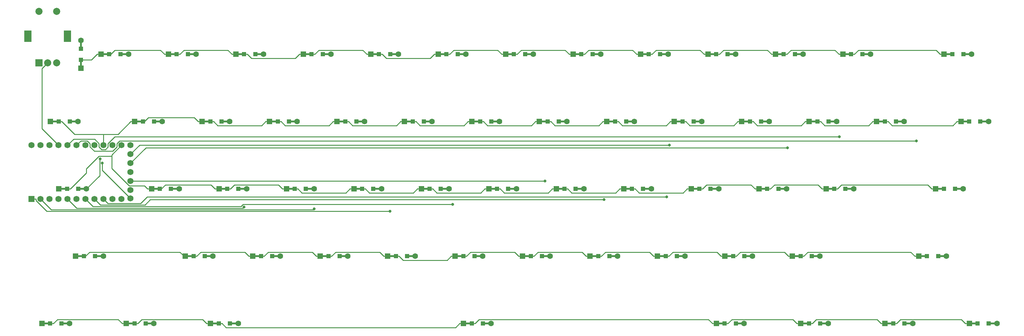
<source format=gbr>
%TF.GenerationSoftware,KiCad,Pcbnew,(5.1.9)-1*%
%TF.CreationDate,2021-02-15T19:25:35-05:00*%
%TF.ProjectId,60percent,36307065-7263-4656-9e74-2e6b69636164,rev?*%
%TF.SameCoordinates,Original*%
%TF.FileFunction,Copper,L1,Top*%
%TF.FilePolarity,Positive*%
%FSLAX46Y46*%
G04 Gerber Fmt 4.6, Leading zero omitted, Abs format (unit mm)*
G04 Created by KiCad (PCBNEW (5.1.9)-1) date 2021-02-15 19:25:35*
%MOMM*%
%LPD*%
G01*
G04 APERTURE LIST*
%TA.AperFunction,SMDPad,CuDef*%
%ADD10R,1.200000X1.200000*%
%TD*%
%TA.AperFunction,ComponentPad*%
%ADD11R,1.600000X1.600000*%
%TD*%
%TA.AperFunction,ComponentPad*%
%ADD12C,1.600000*%
%TD*%
%TA.AperFunction,SMDPad,CuDef*%
%ADD13R,0.500000X2.500000*%
%TD*%
%TA.AperFunction,SMDPad,CuDef*%
%ADD14R,2.500000X0.500000*%
%TD*%
%TA.AperFunction,ComponentPad*%
%ADD15C,2.000000*%
%TD*%
%TA.AperFunction,ComponentPad*%
%ADD16R,2.000000X3.200000*%
%TD*%
%TA.AperFunction,ComponentPad*%
%ADD17R,2.000000X2.000000*%
%TD*%
%TA.AperFunction,ComponentPad*%
%ADD18R,1.752600X1.752600*%
%TD*%
%TA.AperFunction,ComponentPad*%
%ADD19C,1.752600*%
%TD*%
%TA.AperFunction,ViaPad*%
%ADD20C,0.800000*%
%TD*%
%TA.AperFunction,Conductor*%
%ADD21C,0.250000*%
%TD*%
G04 APERTURE END LIST*
D10*
%TO.P,D1,2*%
%TO.N,Net-(D1-Pad2)*%
X85725000Y-77005750D03*
%TO.P,D1,1*%
%TO.N,/row0*%
X85725000Y-80155750D03*
D11*
X85725000Y-82480750D03*
D12*
%TO.P,D1,2*%
%TO.N,Net-(D1-Pad2)*%
X85725000Y-74680750D03*
D13*
%TO.P,D1,1*%
%TO.N,/row0*%
X85725000Y-81280750D03*
%TO.P,D1,2*%
%TO.N,Net-(D1-Pad2)*%
X85725000Y-75880750D03*
%TD*%
D10*
%TO.P,D2,2*%
%TO.N,Net-(D2-Pad2)*%
X96825000Y-78580750D03*
%TO.P,D2,1*%
%TO.N,/row0*%
X93675000Y-78580750D03*
D11*
X91350000Y-78580750D03*
D12*
%TO.P,D2,2*%
%TO.N,Net-(D2-Pad2)*%
X99150000Y-78580750D03*
D14*
%TO.P,D2,1*%
%TO.N,/row0*%
X92550000Y-78580750D03*
%TO.P,D2,2*%
%TO.N,Net-(D2-Pad2)*%
X97950000Y-78580750D03*
%TD*%
D10*
%TO.P,D3,2*%
%TO.N,Net-(D3-Pad2)*%
X115875000Y-78580750D03*
%TO.P,D3,1*%
%TO.N,/row0*%
X112725000Y-78580750D03*
D11*
X110400000Y-78580750D03*
D12*
%TO.P,D3,2*%
%TO.N,Net-(D3-Pad2)*%
X118200000Y-78580750D03*
D14*
%TO.P,D3,1*%
%TO.N,/row0*%
X111600000Y-78580750D03*
%TO.P,D3,2*%
%TO.N,Net-(D3-Pad2)*%
X117000000Y-78580750D03*
%TD*%
%TO.P,D4,2*%
%TO.N,Net-(D4-Pad2)*%
X136050000Y-78580750D03*
%TO.P,D4,1*%
%TO.N,/row0*%
X130650000Y-78580750D03*
D12*
%TO.P,D4,2*%
%TO.N,Net-(D4-Pad2)*%
X137250000Y-78580750D03*
D11*
%TO.P,D4,1*%
%TO.N,/row0*%
X129450000Y-78580750D03*
D10*
X131775000Y-78580750D03*
%TO.P,D4,2*%
%TO.N,Net-(D4-Pad2)*%
X134925000Y-78580750D03*
%TD*%
%TO.P,D5,2*%
%TO.N,Net-(D5-Pad2)*%
X153974500Y-78580750D03*
%TO.P,D5,1*%
%TO.N,/row0*%
X150824500Y-78580750D03*
D11*
X148499500Y-78580750D03*
D12*
%TO.P,D5,2*%
%TO.N,Net-(D5-Pad2)*%
X156299500Y-78580750D03*
D14*
%TO.P,D5,1*%
%TO.N,/row0*%
X149699500Y-78580750D03*
%TO.P,D5,2*%
%TO.N,Net-(D5-Pad2)*%
X155099500Y-78580750D03*
%TD*%
D10*
%TO.P,D6,2*%
%TO.N,Net-(D6-Pad2)*%
X173024500Y-78580750D03*
%TO.P,D6,1*%
%TO.N,/row0*%
X169874500Y-78580750D03*
D11*
X167549500Y-78580750D03*
D12*
%TO.P,D6,2*%
%TO.N,Net-(D6-Pad2)*%
X175349500Y-78580750D03*
D14*
%TO.P,D6,1*%
%TO.N,/row0*%
X168749500Y-78580750D03*
%TO.P,D6,2*%
%TO.N,Net-(D6-Pad2)*%
X174149500Y-78580750D03*
%TD*%
%TO.P,D7,2*%
%TO.N,Net-(D7-Pad2)*%
X193199500Y-78580750D03*
%TO.P,D7,1*%
%TO.N,/row0*%
X187799500Y-78580750D03*
D12*
%TO.P,D7,2*%
%TO.N,Net-(D7-Pad2)*%
X194399500Y-78580750D03*
D11*
%TO.P,D7,1*%
%TO.N,/row0*%
X186599500Y-78580750D03*
D10*
X188924500Y-78580750D03*
%TO.P,D7,2*%
%TO.N,Net-(D7-Pad2)*%
X192074500Y-78580750D03*
%TD*%
%TO.P,D8,2*%
%TO.N,Net-(D8-Pad2)*%
X211124500Y-78580750D03*
%TO.P,D8,1*%
%TO.N,/row0*%
X207974500Y-78580750D03*
D11*
X205649500Y-78580750D03*
D12*
%TO.P,D8,2*%
%TO.N,Net-(D8-Pad2)*%
X213449500Y-78580750D03*
D14*
%TO.P,D8,1*%
%TO.N,/row0*%
X206849500Y-78580750D03*
%TO.P,D8,2*%
%TO.N,Net-(D8-Pad2)*%
X212249500Y-78580750D03*
%TD*%
D10*
%TO.P,D9,2*%
%TO.N,Net-(D9-Pad2)*%
X230174500Y-78580750D03*
%TO.P,D9,1*%
%TO.N,/row0*%
X227024500Y-78580750D03*
D11*
X224699500Y-78580750D03*
D12*
%TO.P,D9,2*%
%TO.N,Net-(D9-Pad2)*%
X232499500Y-78580750D03*
D14*
%TO.P,D9,1*%
%TO.N,/row0*%
X225899500Y-78580750D03*
%TO.P,D9,2*%
%TO.N,Net-(D9-Pad2)*%
X231299500Y-78580750D03*
%TD*%
%TO.P,D10,2*%
%TO.N,Net-(D10-Pad2)*%
X250349500Y-78580750D03*
%TO.P,D10,1*%
%TO.N,/row0*%
X244949500Y-78580750D03*
D12*
%TO.P,D10,2*%
%TO.N,Net-(D10-Pad2)*%
X251549500Y-78580750D03*
D11*
%TO.P,D10,1*%
%TO.N,/row0*%
X243749500Y-78580750D03*
D10*
X246074500Y-78580750D03*
%TO.P,D10,2*%
%TO.N,Net-(D10-Pad2)*%
X249224500Y-78580750D03*
%TD*%
D14*
%TO.P,D11,2*%
%TO.N,Net-(D11-Pad2)*%
X269399500Y-78580750D03*
%TO.P,D11,1*%
%TO.N,/row0*%
X263999500Y-78580750D03*
D12*
%TO.P,D11,2*%
%TO.N,Net-(D11-Pad2)*%
X270599500Y-78580750D03*
D11*
%TO.P,D11,1*%
%TO.N,/row0*%
X262799500Y-78580750D03*
D10*
X265124500Y-78580750D03*
%TO.P,D11,2*%
%TO.N,Net-(D11-Pad2)*%
X268274500Y-78580750D03*
%TD*%
%TO.P,D12,2*%
%TO.N,Net-(D12-Pad2)*%
X287324500Y-78580750D03*
%TO.P,D12,1*%
%TO.N,/row0*%
X284174500Y-78580750D03*
D11*
X281849500Y-78580750D03*
D12*
%TO.P,D12,2*%
%TO.N,Net-(D12-Pad2)*%
X289649500Y-78580750D03*
D14*
%TO.P,D12,1*%
%TO.N,/row0*%
X283049500Y-78580750D03*
%TO.P,D12,2*%
%TO.N,Net-(D12-Pad2)*%
X288449500Y-78580750D03*
%TD*%
%TO.P,D13,2*%
%TO.N,Net-(D13-Pad2)*%
X307499500Y-78580750D03*
%TO.P,D13,1*%
%TO.N,/row0*%
X302099500Y-78580750D03*
D12*
%TO.P,D13,2*%
%TO.N,Net-(D13-Pad2)*%
X308699500Y-78580750D03*
D11*
%TO.P,D13,1*%
%TO.N,/row0*%
X300899500Y-78580750D03*
D10*
X303224500Y-78580750D03*
%TO.P,D13,2*%
%TO.N,Net-(D13-Pad2)*%
X306374500Y-78580750D03*
%TD*%
D14*
%TO.P,D14,2*%
%TO.N,Net-(D14-Pad2)*%
X336075500Y-78580750D03*
%TO.P,D14,1*%
%TO.N,/row0*%
X330675500Y-78580750D03*
D12*
%TO.P,D14,2*%
%TO.N,Net-(D14-Pad2)*%
X337275500Y-78580750D03*
D11*
%TO.P,D14,1*%
%TO.N,/row0*%
X329475500Y-78580750D03*
D10*
X331800500Y-78580750D03*
%TO.P,D14,2*%
%TO.N,Net-(D14-Pad2)*%
X334950500Y-78580750D03*
%TD*%
D14*
%TO.P,D15,2*%
%TO.N,Net-(D15-Pad2)*%
X83662500Y-97630750D03*
%TO.P,D15,1*%
%TO.N,/row1*%
X78262500Y-97630750D03*
D12*
%TO.P,D15,2*%
%TO.N,Net-(D15-Pad2)*%
X84862500Y-97630750D03*
D11*
%TO.P,D15,1*%
%TO.N,/row1*%
X77062500Y-97630750D03*
D10*
X79387500Y-97630750D03*
%TO.P,D15,2*%
%TO.N,Net-(D15-Pad2)*%
X82537500Y-97630750D03*
%TD*%
D14*
%TO.P,D16,2*%
%TO.N,Net-(D16-Pad2)*%
X107475000Y-97630750D03*
%TO.P,D16,1*%
%TO.N,/row1*%
X102075000Y-97630750D03*
D12*
%TO.P,D16,2*%
%TO.N,Net-(D16-Pad2)*%
X108675000Y-97630750D03*
D11*
%TO.P,D16,1*%
%TO.N,/row1*%
X100875000Y-97630750D03*
D10*
X103200000Y-97630750D03*
%TO.P,D16,2*%
%TO.N,Net-(D16-Pad2)*%
X106350000Y-97630750D03*
%TD*%
%TO.P,D17,2*%
%TO.N,Net-(D17-Pad2)*%
X125400000Y-97630750D03*
%TO.P,D17,1*%
%TO.N,/row1*%
X122250000Y-97630750D03*
D11*
X119925000Y-97630750D03*
D12*
%TO.P,D17,2*%
%TO.N,Net-(D17-Pad2)*%
X127725000Y-97630750D03*
D14*
%TO.P,D17,1*%
%TO.N,/row1*%
X121125000Y-97630750D03*
%TO.P,D17,2*%
%TO.N,Net-(D17-Pad2)*%
X126525000Y-97630750D03*
%TD*%
%TO.P,D18,2*%
%TO.N,Net-(D18-Pad2)*%
X145575000Y-97630750D03*
%TO.P,D18,1*%
%TO.N,/row1*%
X140175000Y-97630750D03*
D12*
%TO.P,D18,2*%
%TO.N,Net-(D18-Pad2)*%
X146775000Y-97630750D03*
D11*
%TO.P,D18,1*%
%TO.N,/row1*%
X138975000Y-97630750D03*
D10*
X141300000Y-97630750D03*
%TO.P,D18,2*%
%TO.N,Net-(D18-Pad2)*%
X144450000Y-97630750D03*
%TD*%
D14*
%TO.P,D19,2*%
%TO.N,Net-(D19-Pad2)*%
X164625500Y-97630750D03*
%TO.P,D19,1*%
%TO.N,/row1*%
X159225500Y-97630750D03*
D12*
%TO.P,D19,2*%
%TO.N,Net-(D19-Pad2)*%
X165825500Y-97630750D03*
D11*
%TO.P,D19,1*%
%TO.N,/row1*%
X158025500Y-97630750D03*
D10*
X160350500Y-97630750D03*
%TO.P,D19,2*%
%TO.N,Net-(D19-Pad2)*%
X163500500Y-97630750D03*
%TD*%
%TO.P,D20,2*%
%TO.N,Net-(D20-Pad2)*%
X182550500Y-97630750D03*
%TO.P,D20,1*%
%TO.N,/row1*%
X179400500Y-97630750D03*
D11*
X177075500Y-97630750D03*
D12*
%TO.P,D20,2*%
%TO.N,Net-(D20-Pad2)*%
X184875500Y-97630750D03*
D14*
%TO.P,D20,1*%
%TO.N,/row1*%
X178275500Y-97630750D03*
%TO.P,D20,2*%
%TO.N,Net-(D20-Pad2)*%
X183675500Y-97630750D03*
%TD*%
D10*
%TO.P,D21,2*%
%TO.N,Net-(D21-Pad2)*%
X201600500Y-97630750D03*
%TO.P,D21,1*%
%TO.N,/row1*%
X198450500Y-97630750D03*
D11*
X196125500Y-97630750D03*
D12*
%TO.P,D21,2*%
%TO.N,Net-(D21-Pad2)*%
X203925500Y-97630750D03*
D14*
%TO.P,D21,1*%
%TO.N,/row1*%
X197325500Y-97630750D03*
%TO.P,D21,2*%
%TO.N,Net-(D21-Pad2)*%
X202725500Y-97630750D03*
%TD*%
D10*
%TO.P,D22,2*%
%TO.N,Net-(D22-Pad2)*%
X220650500Y-97630750D03*
%TO.P,D22,1*%
%TO.N,/row1*%
X217500500Y-97630750D03*
D11*
X215175500Y-97630750D03*
D12*
%TO.P,D22,2*%
%TO.N,Net-(D22-Pad2)*%
X222975500Y-97630750D03*
D14*
%TO.P,D22,1*%
%TO.N,/row1*%
X216375500Y-97630750D03*
%TO.P,D22,2*%
%TO.N,Net-(D22-Pad2)*%
X221775500Y-97630750D03*
%TD*%
%TO.P,D23,2*%
%TO.N,Net-(D23-Pad2)*%
X240825500Y-97630750D03*
%TO.P,D23,1*%
%TO.N,/row1*%
X235425500Y-97630750D03*
D12*
%TO.P,D23,2*%
%TO.N,Net-(D23-Pad2)*%
X242025500Y-97630750D03*
D11*
%TO.P,D23,1*%
%TO.N,/row1*%
X234225500Y-97630750D03*
D10*
X236550500Y-97630750D03*
%TO.P,D23,2*%
%TO.N,Net-(D23-Pad2)*%
X239700500Y-97630750D03*
%TD*%
%TO.P,D24,2*%
%TO.N,Net-(D24-Pad2)*%
X258750500Y-97630750D03*
%TO.P,D24,1*%
%TO.N,/row1*%
X255600500Y-97630750D03*
D11*
X253275500Y-97630750D03*
D12*
%TO.P,D24,2*%
%TO.N,Net-(D24-Pad2)*%
X261075500Y-97630750D03*
D14*
%TO.P,D24,1*%
%TO.N,/row1*%
X254475500Y-97630750D03*
%TO.P,D24,2*%
%TO.N,Net-(D24-Pad2)*%
X259875500Y-97630750D03*
%TD*%
%TO.P,D25,2*%
%TO.N,Net-(D25-Pad2)*%
X278925500Y-97630750D03*
%TO.P,D25,1*%
%TO.N,/row1*%
X273525500Y-97630750D03*
D12*
%TO.P,D25,2*%
%TO.N,Net-(D25-Pad2)*%
X280125500Y-97630750D03*
D11*
%TO.P,D25,1*%
%TO.N,/row1*%
X272325500Y-97630750D03*
D10*
X274650500Y-97630750D03*
%TO.P,D25,2*%
%TO.N,Net-(D25-Pad2)*%
X277800500Y-97630750D03*
%TD*%
%TO.P,D26,2*%
%TO.N,Net-(D26-Pad2)*%
X296850500Y-97630750D03*
%TO.P,D26,1*%
%TO.N,/row1*%
X293700500Y-97630750D03*
D11*
X291375500Y-97630750D03*
D12*
%TO.P,D26,2*%
%TO.N,Net-(D26-Pad2)*%
X299175500Y-97630750D03*
D14*
%TO.P,D26,1*%
%TO.N,/row1*%
X292575500Y-97630750D03*
%TO.P,D26,2*%
%TO.N,Net-(D26-Pad2)*%
X297975500Y-97630750D03*
%TD*%
%TO.P,D27,2*%
%TO.N,Net-(D27-Pad2)*%
X317025500Y-97630750D03*
%TO.P,D27,1*%
%TO.N,/row1*%
X311625500Y-97630750D03*
D12*
%TO.P,D27,2*%
%TO.N,Net-(D27-Pad2)*%
X318225500Y-97630750D03*
D11*
%TO.P,D27,1*%
%TO.N,/row1*%
X310425500Y-97630750D03*
D10*
X312750500Y-97630750D03*
%TO.P,D27,2*%
%TO.N,Net-(D27-Pad2)*%
X315900500Y-97630750D03*
%TD*%
%TO.P,D28,2*%
%TO.N,Net-(D28-Pad2)*%
X339712500Y-97630750D03*
%TO.P,D28,1*%
%TO.N,/row1*%
X336562500Y-97630750D03*
D11*
X334237500Y-97630750D03*
D12*
%TO.P,D28,2*%
%TO.N,Net-(D28-Pad2)*%
X342037500Y-97630750D03*
D14*
%TO.P,D28,1*%
%TO.N,/row1*%
X335437500Y-97630750D03*
%TO.P,D28,2*%
%TO.N,Net-(D28-Pad2)*%
X340837500Y-97630750D03*
%TD*%
D10*
%TO.P,D29,2*%
%TO.N,Net-(D29-Pad2)*%
X84918700Y-116680750D03*
%TO.P,D29,1*%
%TO.N,/row2*%
X81768700Y-116680750D03*
D11*
X79443700Y-116680750D03*
D12*
%TO.P,D29,2*%
%TO.N,Net-(D29-Pad2)*%
X87243700Y-116680750D03*
D14*
%TO.P,D29,1*%
%TO.N,/row2*%
X80643700Y-116680750D03*
%TO.P,D29,2*%
%TO.N,Net-(D29-Pad2)*%
X86043700Y-116680750D03*
%TD*%
D10*
%TO.P,D30,2*%
%TO.N,Net-(D30-Pad2)*%
X111112500Y-116680750D03*
%TO.P,D30,1*%
%TO.N,/row2*%
X107962500Y-116680750D03*
D11*
X105637500Y-116680750D03*
D12*
%TO.P,D30,2*%
%TO.N,Net-(D30-Pad2)*%
X113437500Y-116680750D03*
D14*
%TO.P,D30,1*%
%TO.N,/row2*%
X106837500Y-116680750D03*
%TO.P,D30,2*%
%TO.N,Net-(D30-Pad2)*%
X112237500Y-116680750D03*
%TD*%
D10*
%TO.P,D31,2*%
%TO.N,Net-(D31-Pad2)*%
X130162500Y-116680750D03*
%TO.P,D31,1*%
%TO.N,/row2*%
X127012500Y-116680750D03*
D11*
X124687500Y-116680750D03*
D12*
%TO.P,D31,2*%
%TO.N,Net-(D31-Pad2)*%
X132487500Y-116680750D03*
D14*
%TO.P,D31,1*%
%TO.N,/row2*%
X125887500Y-116680750D03*
%TO.P,D31,2*%
%TO.N,Net-(D31-Pad2)*%
X131287500Y-116680750D03*
%TD*%
%TO.P,D32,2*%
%TO.N,Net-(D32-Pad2)*%
X150337500Y-116680750D03*
%TO.P,D32,1*%
%TO.N,/row2*%
X144937500Y-116680750D03*
D12*
%TO.P,D32,2*%
%TO.N,Net-(D32-Pad2)*%
X151537500Y-116680750D03*
D11*
%TO.P,D32,1*%
%TO.N,/row2*%
X143737500Y-116680750D03*
D10*
X146062500Y-116680750D03*
%TO.P,D32,2*%
%TO.N,Net-(D32-Pad2)*%
X149212500Y-116680750D03*
%TD*%
%TO.P,D33,2*%
%TO.N,Net-(D33-Pad2)*%
X168262500Y-116680750D03*
%TO.P,D33,1*%
%TO.N,/row2*%
X165112500Y-116680750D03*
D11*
X162787500Y-116680750D03*
D12*
%TO.P,D33,2*%
%TO.N,Net-(D33-Pad2)*%
X170587500Y-116680750D03*
D14*
%TO.P,D33,1*%
%TO.N,/row2*%
X163987500Y-116680750D03*
%TO.P,D33,2*%
%TO.N,Net-(D33-Pad2)*%
X169387500Y-116680750D03*
%TD*%
%TO.P,D34,2*%
%TO.N,Net-(D34-Pad2)*%
X188437500Y-116680750D03*
%TO.P,D34,1*%
%TO.N,/row2*%
X183037500Y-116680750D03*
D12*
%TO.P,D34,2*%
%TO.N,Net-(D34-Pad2)*%
X189637500Y-116680750D03*
D11*
%TO.P,D34,1*%
%TO.N,/row2*%
X181837500Y-116680750D03*
D10*
X184162500Y-116680750D03*
%TO.P,D34,2*%
%TO.N,Net-(D34-Pad2)*%
X187312500Y-116680750D03*
%TD*%
%TO.P,D35,2*%
%TO.N,Net-(D35-Pad2)*%
X206362500Y-116680750D03*
%TO.P,D35,1*%
%TO.N,/row2*%
X203212500Y-116680750D03*
D11*
X200887500Y-116680750D03*
D12*
%TO.P,D35,2*%
%TO.N,Net-(D35-Pad2)*%
X208687500Y-116680750D03*
D14*
%TO.P,D35,1*%
%TO.N,/row2*%
X202087500Y-116680750D03*
%TO.P,D35,2*%
%TO.N,Net-(D35-Pad2)*%
X207487500Y-116680750D03*
%TD*%
%TO.P,D36,2*%
%TO.N,Net-(D36-Pad2)*%
X226537500Y-116680750D03*
%TO.P,D36,1*%
%TO.N,/row2*%
X221137500Y-116680750D03*
D12*
%TO.P,D36,2*%
%TO.N,Net-(D36-Pad2)*%
X227737500Y-116680750D03*
D11*
%TO.P,D36,1*%
%TO.N,/row2*%
X219937500Y-116680750D03*
D10*
X222262500Y-116680750D03*
%TO.P,D36,2*%
%TO.N,Net-(D36-Pad2)*%
X225412500Y-116680750D03*
%TD*%
%TO.P,D37,2*%
%TO.N,Net-(D37-Pad2)*%
X244462500Y-116680750D03*
%TO.P,D37,1*%
%TO.N,/row2*%
X241312500Y-116680750D03*
D11*
X238987500Y-116680750D03*
D12*
%TO.P,D37,2*%
%TO.N,Net-(D37-Pad2)*%
X246787500Y-116680750D03*
D14*
%TO.P,D37,1*%
%TO.N,/row2*%
X240187500Y-116680750D03*
%TO.P,D37,2*%
%TO.N,Net-(D37-Pad2)*%
X245587500Y-116680750D03*
%TD*%
%TO.P,D38,2*%
%TO.N,Net-(D38-Pad2)*%
X264637500Y-116680750D03*
%TO.P,D38,1*%
%TO.N,/row2*%
X259237500Y-116680750D03*
D12*
%TO.P,D38,2*%
%TO.N,Net-(D38-Pad2)*%
X265837500Y-116680750D03*
D11*
%TO.P,D38,1*%
%TO.N,/row2*%
X258037500Y-116680750D03*
D10*
X260362500Y-116680750D03*
%TO.P,D38,2*%
%TO.N,Net-(D38-Pad2)*%
X263512500Y-116680750D03*
%TD*%
%TO.P,D39,2*%
%TO.N,Net-(D39-Pad2)*%
X282678500Y-116680750D03*
%TO.P,D39,1*%
%TO.N,/row2*%
X279528500Y-116680750D03*
D11*
X277203500Y-116680750D03*
D12*
%TO.P,D39,2*%
%TO.N,Net-(D39-Pad2)*%
X285003500Y-116680750D03*
D14*
%TO.P,D39,1*%
%TO.N,/row2*%
X278403500Y-116680750D03*
%TO.P,D39,2*%
%TO.N,Net-(D39-Pad2)*%
X283803500Y-116680750D03*
%TD*%
%TO.P,D40,2*%
%TO.N,Net-(D40-Pad2)*%
X302737500Y-116680750D03*
%TO.P,D40,1*%
%TO.N,/row2*%
X297337500Y-116680750D03*
D12*
%TO.P,D40,2*%
%TO.N,Net-(D40-Pad2)*%
X303937500Y-116680750D03*
D11*
%TO.P,D40,1*%
%TO.N,/row2*%
X296137500Y-116680750D03*
D10*
X298462500Y-116680750D03*
%TO.P,D40,2*%
%TO.N,Net-(D40-Pad2)*%
X301612500Y-116680750D03*
%TD*%
D14*
%TO.P,D41,2*%
%TO.N,Net-(D41-Pad2)*%
X333693500Y-116680750D03*
%TO.P,D41,1*%
%TO.N,/row2*%
X328293500Y-116680750D03*
D12*
%TO.P,D41,2*%
%TO.N,Net-(D41-Pad2)*%
X334893500Y-116680750D03*
D11*
%TO.P,D41,1*%
%TO.N,/row2*%
X327093500Y-116680750D03*
D10*
X329418500Y-116680750D03*
%TO.P,D41,2*%
%TO.N,Net-(D41-Pad2)*%
X332568500Y-116680750D03*
%TD*%
D14*
%TO.P,D42,2*%
%TO.N,Net-(D42-Pad2)*%
X90806300Y-135730750D03*
%TO.P,D42,1*%
%TO.N,/row3*%
X85406300Y-135730750D03*
D12*
%TO.P,D42,2*%
%TO.N,Net-(D42-Pad2)*%
X92006300Y-135730750D03*
D11*
%TO.P,D42,1*%
%TO.N,/row3*%
X84206300Y-135730750D03*
D10*
X86531300Y-135730750D03*
%TO.P,D42,2*%
%TO.N,Net-(D42-Pad2)*%
X89681300Y-135730750D03*
%TD*%
%TO.P,D43,2*%
%TO.N,Net-(D43-Pad2)*%
X120637500Y-135730750D03*
%TO.P,D43,1*%
%TO.N,/row3*%
X117487500Y-135730750D03*
D11*
X115162500Y-135730750D03*
D12*
%TO.P,D43,2*%
%TO.N,Net-(D43-Pad2)*%
X122962500Y-135730750D03*
D14*
%TO.P,D43,1*%
%TO.N,/row3*%
X116362500Y-135730750D03*
%TO.P,D43,2*%
%TO.N,Net-(D43-Pad2)*%
X121762500Y-135730750D03*
%TD*%
%TO.P,D44,2*%
%TO.N,Net-(D44-Pad2)*%
X140812500Y-135730750D03*
%TO.P,D44,1*%
%TO.N,/row3*%
X135412500Y-135730750D03*
D12*
%TO.P,D44,2*%
%TO.N,Net-(D44-Pad2)*%
X142012500Y-135730750D03*
D11*
%TO.P,D44,1*%
%TO.N,/row3*%
X134212500Y-135730750D03*
D10*
X136537500Y-135730750D03*
%TO.P,D44,2*%
%TO.N,Net-(D44-Pad2)*%
X139687500Y-135730750D03*
%TD*%
%TO.P,D45,2*%
%TO.N,Net-(D45-Pad2)*%
X158737500Y-135730750D03*
%TO.P,D45,1*%
%TO.N,/row3*%
X155587500Y-135730750D03*
D11*
X153262500Y-135730750D03*
D12*
%TO.P,D45,2*%
%TO.N,Net-(D45-Pad2)*%
X161062500Y-135730750D03*
D14*
%TO.P,D45,1*%
%TO.N,/row3*%
X154462500Y-135730750D03*
%TO.P,D45,2*%
%TO.N,Net-(D45-Pad2)*%
X159862500Y-135730750D03*
%TD*%
%TO.P,D46,2*%
%TO.N,Net-(D46-Pad2)*%
X178912500Y-135730750D03*
%TO.P,D46,1*%
%TO.N,/row3*%
X173512500Y-135730750D03*
D12*
%TO.P,D46,2*%
%TO.N,Net-(D46-Pad2)*%
X180112500Y-135730750D03*
D11*
%TO.P,D46,1*%
%TO.N,/row3*%
X172312500Y-135730750D03*
D10*
X174637500Y-135730750D03*
%TO.P,D46,2*%
%TO.N,Net-(D46-Pad2)*%
X177787500Y-135730750D03*
%TD*%
%TO.P,D47,2*%
%TO.N,Net-(D47-Pad2)*%
X196837500Y-135730750D03*
%TO.P,D47,1*%
%TO.N,/row3*%
X193687500Y-135730750D03*
D11*
X191362500Y-135730750D03*
D12*
%TO.P,D47,2*%
%TO.N,Net-(D47-Pad2)*%
X199162500Y-135730750D03*
D14*
%TO.P,D47,1*%
%TO.N,/row3*%
X192562500Y-135730750D03*
%TO.P,D47,2*%
%TO.N,Net-(D47-Pad2)*%
X197962500Y-135730750D03*
%TD*%
%TO.P,D48,2*%
%TO.N,Net-(D48-Pad2)*%
X217012500Y-135730750D03*
%TO.P,D48,1*%
%TO.N,/row3*%
X211612500Y-135730750D03*
D12*
%TO.P,D48,2*%
%TO.N,Net-(D48-Pad2)*%
X218212500Y-135730750D03*
D11*
%TO.P,D48,1*%
%TO.N,/row3*%
X210412500Y-135730750D03*
D10*
X212737500Y-135730750D03*
%TO.P,D48,2*%
%TO.N,Net-(D48-Pad2)*%
X215887500Y-135730750D03*
%TD*%
%TO.P,D49,2*%
%TO.N,Net-(D49-Pad2)*%
X234937500Y-135730750D03*
%TO.P,D49,1*%
%TO.N,/row3*%
X231787500Y-135730750D03*
D11*
X229462500Y-135730750D03*
D12*
%TO.P,D49,2*%
%TO.N,Net-(D49-Pad2)*%
X237262500Y-135730750D03*
D14*
%TO.P,D49,1*%
%TO.N,/row3*%
X230662500Y-135730750D03*
%TO.P,D49,2*%
%TO.N,Net-(D49-Pad2)*%
X236062500Y-135730750D03*
%TD*%
%TO.P,D50,2*%
%TO.N,Net-(D50-Pad2)*%
X255112500Y-135730750D03*
%TO.P,D50,1*%
%TO.N,/row3*%
X249712500Y-135730750D03*
D12*
%TO.P,D50,2*%
%TO.N,Net-(D50-Pad2)*%
X256312500Y-135730750D03*
D11*
%TO.P,D50,1*%
%TO.N,/row3*%
X248512500Y-135730750D03*
D10*
X250837500Y-135730750D03*
%TO.P,D50,2*%
%TO.N,Net-(D50-Pad2)*%
X253987500Y-135730750D03*
%TD*%
D14*
%TO.P,D51,2*%
%TO.N,Net-(D51-Pad2)*%
X274162500Y-135730750D03*
%TO.P,D51,1*%
%TO.N,/row3*%
X268762500Y-135730750D03*
D12*
%TO.P,D51,2*%
%TO.N,Net-(D51-Pad2)*%
X275362500Y-135730750D03*
D11*
%TO.P,D51,1*%
%TO.N,/row3*%
X267562500Y-135730750D03*
D10*
X269887500Y-135730750D03*
%TO.P,D51,2*%
%TO.N,Net-(D51-Pad2)*%
X273037500Y-135730750D03*
%TD*%
D14*
%TO.P,D52,2*%
%TO.N,Net-(D52-Pad2)*%
X293212500Y-135730750D03*
%TO.P,D52,1*%
%TO.N,/row3*%
X287812500Y-135730750D03*
D12*
%TO.P,D52,2*%
%TO.N,Net-(D52-Pad2)*%
X294412500Y-135730750D03*
D11*
%TO.P,D52,1*%
%TO.N,/row3*%
X286612500Y-135730750D03*
D10*
X288937500Y-135730750D03*
%TO.P,D52,2*%
%TO.N,Net-(D52-Pad2)*%
X292087500Y-135730750D03*
%TD*%
%TO.P,D53,2*%
%TO.N,Net-(D53-Pad2)*%
X327806500Y-135730750D03*
%TO.P,D53,1*%
%TO.N,/row3*%
X324656500Y-135730750D03*
D11*
X322331500Y-135730750D03*
D12*
%TO.P,D53,2*%
%TO.N,Net-(D53-Pad2)*%
X330131500Y-135730750D03*
D14*
%TO.P,D53,1*%
%TO.N,/row3*%
X323531500Y-135730750D03*
%TO.P,D53,2*%
%TO.N,Net-(D53-Pad2)*%
X328931500Y-135730750D03*
%TD*%
%TO.P,D54,2*%
%TO.N,Net-(D54-Pad2)*%
X81281300Y-154780750D03*
%TO.P,D54,1*%
%TO.N,/row4*%
X75881300Y-154780750D03*
D12*
%TO.P,D54,2*%
%TO.N,Net-(D54-Pad2)*%
X82481300Y-154780750D03*
D11*
%TO.P,D54,1*%
%TO.N,/row4*%
X74681300Y-154780750D03*
D10*
X77006300Y-154780750D03*
%TO.P,D54,2*%
%TO.N,Net-(D54-Pad2)*%
X80156300Y-154780750D03*
%TD*%
%TO.P,D55,2*%
%TO.N,Net-(D55-Pad2)*%
X103968700Y-154780750D03*
%TO.P,D55,1*%
%TO.N,/row4*%
X100818700Y-154780750D03*
D11*
X98493700Y-154780750D03*
D12*
%TO.P,D55,2*%
%TO.N,Net-(D55-Pad2)*%
X106293700Y-154780750D03*
D14*
%TO.P,D55,1*%
%TO.N,/row4*%
X99693700Y-154780750D03*
%TO.P,D55,2*%
%TO.N,Net-(D55-Pad2)*%
X105093700Y-154780750D03*
%TD*%
%TO.P,D56,2*%
%TO.N,Net-(D56-Pad2)*%
X128906300Y-154780750D03*
%TO.P,D56,1*%
%TO.N,/row4*%
X123506300Y-154780750D03*
D12*
%TO.P,D56,2*%
%TO.N,Net-(D56-Pad2)*%
X130106300Y-154780750D03*
D11*
%TO.P,D56,1*%
%TO.N,/row4*%
X122306300Y-154780750D03*
D10*
X124631300Y-154780750D03*
%TO.P,D56,2*%
%TO.N,Net-(D56-Pad2)*%
X127781300Y-154780750D03*
%TD*%
%TO.P,D57,2*%
%TO.N,Net-(D57-Pad2)*%
X199218500Y-154780750D03*
%TO.P,D57,1*%
%TO.N,/row4*%
X196068500Y-154780750D03*
D11*
X193743500Y-154780750D03*
D12*
%TO.P,D57,2*%
%TO.N,Net-(D57-Pad2)*%
X201543500Y-154780750D03*
D14*
%TO.P,D57,1*%
%TO.N,/row4*%
X194943500Y-154780750D03*
%TO.P,D57,2*%
%TO.N,Net-(D57-Pad2)*%
X200343500Y-154780750D03*
%TD*%
%TO.P,D58,2*%
%TO.N,Net-(D58-Pad2)*%
X271781500Y-154780750D03*
%TO.P,D58,1*%
%TO.N,/row4*%
X266381500Y-154780750D03*
D12*
%TO.P,D58,2*%
%TO.N,Net-(D58-Pad2)*%
X272981500Y-154780750D03*
D11*
%TO.P,D58,1*%
%TO.N,/row4*%
X265181500Y-154780750D03*
D10*
X267506500Y-154780750D03*
%TO.P,D58,2*%
%TO.N,Net-(D58-Pad2)*%
X270656500Y-154780750D03*
%TD*%
%TO.P,D59,2*%
%TO.N,Net-(D59-Pad2)*%
X294468500Y-154780750D03*
%TO.P,D59,1*%
%TO.N,/row4*%
X291318500Y-154780750D03*
D11*
X288993500Y-154780750D03*
D12*
%TO.P,D59,2*%
%TO.N,Net-(D59-Pad2)*%
X296793500Y-154780750D03*
D14*
%TO.P,D59,1*%
%TO.N,/row4*%
X290193500Y-154780750D03*
%TO.P,D59,2*%
%TO.N,Net-(D59-Pad2)*%
X295593500Y-154780750D03*
%TD*%
%TO.P,D60,2*%
%TO.N,Net-(D60-Pad2)*%
X319406500Y-154780750D03*
%TO.P,D60,1*%
%TO.N,/row4*%
X314006500Y-154780750D03*
D12*
%TO.P,D60,2*%
%TO.N,Net-(D60-Pad2)*%
X320606500Y-154780750D03*
D11*
%TO.P,D60,1*%
%TO.N,/row4*%
X312806500Y-154780750D03*
D10*
X315131500Y-154780750D03*
%TO.P,D60,2*%
%TO.N,Net-(D60-Pad2)*%
X318281500Y-154780750D03*
%TD*%
%TO.P,D61,2*%
%TO.N,Net-(D61-Pad2)*%
X342093500Y-154780750D03*
%TO.P,D61,1*%
%TO.N,/row4*%
X338943500Y-154780750D03*
D11*
X336618500Y-154780750D03*
D12*
%TO.P,D61,2*%
%TO.N,Net-(D61-Pad2)*%
X344418500Y-154780750D03*
D14*
%TO.P,D61,1*%
%TO.N,/row4*%
X337818500Y-154780750D03*
%TO.P,D61,2*%
%TO.N,Net-(D61-Pad2)*%
X343218500Y-154780750D03*
%TD*%
D15*
%TO.P,SW1,S1*%
%TO.N,/col0*%
X78818700Y-66462750D03*
%TO.P,SW1,S2*%
%TO.N,Net-(D1-Pad2)*%
X73818700Y-66462750D03*
D16*
%TO.P,SW1,MP*%
%TO.N,N/C*%
X81918700Y-73462750D03*
X70718700Y-73462750D03*
D15*
%TO.P,SW1,B*%
%TO.N,/rotA*%
X78818700Y-80962750D03*
%TO.P,SW1,C*%
%TO.N,/vcc*%
X76318700Y-80962750D03*
D17*
%TO.P,SW1,A*%
%TO.N,/rotB*%
X73818700Y-80962750D03*
%TD*%
D18*
%TO.P,U1,1*%
%TO.N,/col6*%
X71755000Y-119538750D03*
D19*
%TO.P,U1,2*%
%TO.N,/col5*%
X74295000Y-119538750D03*
%TO.P,U1,3*%
%TO.N,+5V*%
X76835000Y-119538750D03*
%TO.P,U1,4*%
%TO.N,Net-(U1-Pad4)*%
X79375000Y-119538750D03*
%TO.P,U1,5*%
%TO.N,/col4*%
X81915000Y-119538750D03*
%TO.P,U1,6*%
%TO.N,/col3*%
X84455000Y-119538750D03*
%TO.P,U1,7*%
%TO.N,/col7*%
X86995000Y-119538750D03*
%TO.P,U1,8*%
%TO.N,/col9*%
X89535000Y-119538750D03*
%TO.P,U1,9*%
%TO.N,/col10*%
X92075000Y-119538750D03*
%TO.P,U1,10*%
%TO.N,Net-(U1-Pad10)*%
X94615000Y-119538750D03*
%TO.P,U1,11*%
%TO.N,/row4*%
X97155000Y-119538750D03*
%TO.P,U1,13*%
%TO.N,/col1*%
X99695000Y-104298750D03*
%TO.P,U1,14*%
%TO.N,/row2*%
X97155000Y-104298750D03*
%TO.P,U1,15*%
%TO.N,/row3*%
X94615000Y-104298750D03*
%TO.P,U1,16*%
%TO.N,/row1*%
X92075000Y-104298750D03*
%TO.P,U1,17*%
%TO.N,/rotB*%
X89535000Y-104298750D03*
%TO.P,U1,18*%
%TO.N,/rotA*%
X86995000Y-104298750D03*
%TO.P,U1,19*%
%TO.N,/col14*%
X84455000Y-104298750D03*
%TO.P,U1,20*%
%TO.N,/col13*%
X81915000Y-104298750D03*
%TO.P,U1,21*%
%TO.N,/vcc*%
X79375000Y-104298750D03*
%TO.P,U1,22*%
%TO.N,Net-(U1-Pad22)*%
X76835000Y-104298750D03*
%TO.P,U1,23*%
%TO.N,Net-(U1-Pad23)*%
X74295000Y-104298750D03*
%TO.P,U1,12*%
%TO.N,/col0*%
X99695000Y-119310150D03*
%TO.P,U1,24*%
%TO.N,/row0*%
X71755000Y-104298750D03*
%TO.P,U1,29*%
%TO.N,/col11*%
X99695000Y-106838750D03*
%TO.P,U1,28*%
%TO.N,/col12*%
X99695000Y-109378750D03*
%TO.P,U1,27*%
%TO.N,Net-(U1-Pad27)*%
X99695000Y-111918750D03*
%TO.P,U1,26*%
%TO.N,/col8*%
X99695000Y-114458750D03*
%TO.P,U1,25*%
%TO.N,/col2*%
X99695000Y-116998750D03*
%TD*%
D20*
%TO.N,Net-(D29-Pad2)*%
X91095100Y-108174050D03*
%TO.N,/col4*%
X131743600Y-121803150D03*
%TO.N,/col5*%
X151561900Y-122275750D03*
%TO.N,/col6*%
X172973500Y-123007450D03*
%TO.N,/col7*%
X190656000Y-121024550D03*
%TO.N,/col8*%
X216752500Y-114458750D03*
%TO.N,/col9*%
X233454900Y-119730250D03*
%TO.N,/col10*%
X251160800Y-118905850D03*
%TO.N,/col11*%
X251884300Y-104240150D03*
%TO.N,/col12*%
X285268400Y-105010450D03*
%TO.N,/col14*%
X321634000Y-103081250D03*
%TO.N,/col0*%
X91739700Y-109342750D03*
%TO.N,/col13*%
X299883300Y-101922750D03*
%TD*%
D21*
%TO.N,Net-(D1-Pad2)*%
X85725000Y-75880750D02*
X85725000Y-77005750D01*
X85725000Y-74680750D02*
X85725000Y-75880750D01*
%TO.N,/row0*%
X186599500Y-78580750D02*
X185474200Y-78580750D01*
X169874500Y-78580750D02*
X170799800Y-78580750D01*
X170799800Y-78580750D02*
X171925100Y-79706050D01*
X171925100Y-79706050D02*
X184348900Y-79706050D01*
X184348900Y-79706050D02*
X185474200Y-78580750D01*
X169593300Y-78580750D02*
X169874500Y-78580750D01*
X169312000Y-78580750D02*
X169593300Y-78580750D01*
X148499500Y-78580750D02*
X147374200Y-78580750D01*
X131775000Y-78580750D02*
X132700300Y-78580750D01*
X132700300Y-78580750D02*
X133825600Y-79706050D01*
X133825600Y-79706050D02*
X146248900Y-79706050D01*
X146248900Y-79706050D02*
X147374200Y-78580750D01*
X131212500Y-78580750D02*
X131775000Y-78580750D01*
X130650000Y-78580750D02*
X131212500Y-78580750D01*
X227024500Y-78580750D02*
X227949800Y-78580750D01*
X227949800Y-78580750D02*
X229075100Y-77455450D01*
X229075100Y-77455450D02*
X241498900Y-77455450D01*
X241498900Y-77455450D02*
X242624200Y-78580750D01*
X227024500Y-78580750D02*
X225899500Y-78580750D01*
X243749500Y-78580750D02*
X242624200Y-78580750D01*
X303224500Y-78580750D02*
X304149800Y-78580750D01*
X304149800Y-78580750D02*
X305275100Y-77455450D01*
X305275100Y-77455450D02*
X327224900Y-77455450D01*
X327224900Y-77455450D02*
X328350200Y-78580750D01*
X303224500Y-78580750D02*
X302099500Y-78580750D01*
X329475500Y-78580750D02*
X328350200Y-78580750D01*
X284174500Y-78580750D02*
X285099800Y-78580750D01*
X285099800Y-78580750D02*
X286225100Y-77455450D01*
X286225100Y-77455450D02*
X298648900Y-77455450D01*
X298648900Y-77455450D02*
X299774200Y-78580750D01*
X284174500Y-78580750D02*
X283049500Y-78580750D01*
X300899500Y-78580750D02*
X299774200Y-78580750D01*
X207974500Y-78580750D02*
X208899800Y-78580750D01*
X208899800Y-78580750D02*
X210025100Y-77455450D01*
X210025100Y-77455450D02*
X222448900Y-77455450D01*
X222448900Y-77455450D02*
X223574200Y-78580750D01*
X207974500Y-78580750D02*
X206849500Y-78580750D01*
X224699500Y-78580750D02*
X223574200Y-78580750D01*
X188924500Y-78580750D02*
X189849800Y-78580750D01*
X189849800Y-78580750D02*
X190975100Y-77455450D01*
X190975100Y-77455450D02*
X203398900Y-77455450D01*
X203398900Y-77455450D02*
X204524200Y-78580750D01*
X188924500Y-78580750D02*
X187799500Y-78580750D01*
X205649500Y-78580750D02*
X204524200Y-78580750D01*
X150824500Y-78580750D02*
X151749800Y-78580750D01*
X151749800Y-78580750D02*
X152875100Y-77455450D01*
X152875100Y-77455450D02*
X165298900Y-77455450D01*
X165298900Y-77455450D02*
X166424200Y-78580750D01*
X149699500Y-78580750D02*
X150824500Y-78580750D01*
X167549500Y-78580750D02*
X166424200Y-78580750D01*
X112725000Y-78580750D02*
X113650300Y-78580750D01*
X113650300Y-78580750D02*
X114775600Y-77455450D01*
X114775600Y-77455450D02*
X127199400Y-77455450D01*
X127199400Y-77455450D02*
X128324700Y-78580750D01*
X111600000Y-78580750D02*
X112725000Y-78580750D01*
X129450000Y-78580750D02*
X128324700Y-78580750D01*
X93675000Y-78580750D02*
X94125300Y-78580750D01*
X92550000Y-78580750D02*
X93675000Y-78580750D01*
X130650000Y-78580750D02*
X129450000Y-78580750D01*
X94125300Y-78580750D02*
X95250600Y-77455450D01*
X95250600Y-77455450D02*
X108149400Y-77455450D01*
X108149400Y-77455450D02*
X109274700Y-78580750D01*
X110400000Y-78580750D02*
X109274700Y-78580750D01*
X92550000Y-78580750D02*
X91350000Y-78580750D01*
X91350000Y-78580750D02*
X90224700Y-78580750D01*
X85725000Y-80155750D02*
X88649700Y-80155750D01*
X88649700Y-80155750D02*
X90224700Y-78580750D01*
X85725000Y-80493050D02*
X85725000Y-80155750D01*
X85725000Y-81280750D02*
X85725000Y-82480750D01*
X85725000Y-80886850D02*
X85725000Y-81280750D01*
X85725000Y-80886850D02*
X85725000Y-80493050D01*
X111600000Y-78580750D02*
X110400000Y-78580750D01*
X168749500Y-78580750D02*
X167549500Y-78580750D01*
X169312000Y-78580750D02*
X168749500Y-78580750D01*
X206849500Y-78580750D02*
X205649500Y-78580750D01*
X225899500Y-78580750D02*
X224699500Y-78580750D01*
X244949500Y-78580750D02*
X243749500Y-78580750D01*
X149699500Y-78580750D02*
X148499500Y-78580750D01*
X187799500Y-78580750D02*
X186599500Y-78580750D01*
X246074500Y-78580750D02*
X246999800Y-78580750D01*
X246999800Y-78580750D02*
X248125100Y-77455450D01*
X248125100Y-77455450D02*
X260548900Y-77455450D01*
X260548900Y-77455450D02*
X261674200Y-78580750D01*
X246074500Y-78580750D02*
X244949500Y-78580750D01*
X262799500Y-78580750D02*
X261674200Y-78580750D01*
X265124500Y-78580750D02*
X266049800Y-78580750D01*
X266049800Y-78580750D02*
X267175100Y-77455450D01*
X267175100Y-77455450D02*
X279598900Y-77455450D01*
X279598900Y-77455450D02*
X280724200Y-78580750D01*
X265124500Y-78580750D02*
X263999500Y-78580750D01*
X281849500Y-78580750D02*
X280724200Y-78580750D01*
X302099500Y-78580750D02*
X300899500Y-78580750D01*
X330675500Y-78580750D02*
X329475500Y-78580750D01*
X283049500Y-78580750D02*
X281849500Y-78580750D01*
X263999500Y-78580750D02*
X262799500Y-78580750D01*
X331800500Y-78580750D02*
X330675500Y-78580750D01*
%TO.N,Net-(D2-Pad2)*%
X97950000Y-78580750D02*
X96825000Y-78580750D01*
X99150000Y-78580750D02*
X97950000Y-78580750D01*
%TO.N,Net-(D3-Pad2)*%
X117000000Y-78580750D02*
X115875000Y-78580750D01*
X118200000Y-78580750D02*
X117000000Y-78580750D01*
%TO.N,Net-(D4-Pad2)*%
X134925000Y-78580750D02*
X136050000Y-78580750D01*
X137250000Y-78580750D02*
X136050000Y-78580750D01*
%TO.N,Net-(D5-Pad2)*%
X155099500Y-78580750D02*
X153974500Y-78580750D01*
X156299500Y-78580750D02*
X155099500Y-78580750D01*
%TO.N,Net-(D6-Pad2)*%
X174149500Y-78580750D02*
X173024500Y-78580750D01*
X175349500Y-78580750D02*
X174149500Y-78580750D01*
%TO.N,Net-(D7-Pad2)*%
X192074500Y-78580750D02*
X193199500Y-78580750D01*
X194399500Y-78580750D02*
X193199500Y-78580750D01*
%TO.N,Net-(D8-Pad2)*%
X212249500Y-78580750D02*
X211124500Y-78580750D01*
X213449500Y-78580750D02*
X212249500Y-78580750D01*
%TO.N,Net-(D9-Pad2)*%
X231299500Y-78580750D02*
X230174500Y-78580750D01*
X232499500Y-78580750D02*
X231299500Y-78580750D01*
%TO.N,Net-(D10-Pad2)*%
X249224500Y-78580750D02*
X250349500Y-78580750D01*
X251549500Y-78580750D02*
X250349500Y-78580750D01*
%TO.N,Net-(D11-Pad2)*%
X270599500Y-78580750D02*
X269399500Y-78580750D01*
X268274500Y-78580750D02*
X269399500Y-78580750D01*
%TO.N,Net-(D12-Pad2)*%
X288449500Y-78580750D02*
X287324500Y-78580750D01*
X289649500Y-78580750D02*
X288449500Y-78580750D01*
%TO.N,Net-(D13-Pad2)*%
X306374500Y-78580750D02*
X307499500Y-78580750D01*
X308699500Y-78580750D02*
X307499500Y-78580750D01*
%TO.N,Net-(D14-Pad2)*%
X334950500Y-78580750D02*
X336075500Y-78580750D01*
X337275500Y-78580750D02*
X336075500Y-78580750D01*
%TO.N,Net-(D15-Pad2)*%
X82537500Y-97630750D02*
X83662500Y-97630750D01*
X84862500Y-97630750D02*
X83662500Y-97630750D01*
%TO.N,/row1*%
X92075000Y-101219450D02*
X96161000Y-101219450D01*
X96161000Y-101219450D02*
X99749700Y-97630750D01*
X80312800Y-97630750D02*
X83901500Y-101219450D01*
X83901500Y-101219450D02*
X92075000Y-101219450D01*
X92075000Y-104298750D02*
X92075000Y-101219450D01*
X100875000Y-97630750D02*
X99749700Y-97630750D01*
X79387500Y-97630750D02*
X80312800Y-97630750D01*
X334237500Y-97630750D02*
X333112200Y-97630750D01*
X312750500Y-97630750D02*
X313675800Y-97630750D01*
X313675800Y-97630750D02*
X314801100Y-98756050D01*
X314801100Y-98756050D02*
X331986900Y-98756050D01*
X331986900Y-98756050D02*
X333112200Y-97630750D01*
X311625500Y-97630750D02*
X312750500Y-97630750D01*
X310425500Y-97630750D02*
X309300200Y-97630750D01*
X293700500Y-97630750D02*
X294625800Y-97630750D01*
X294625800Y-97630750D02*
X295751100Y-98756050D01*
X295751100Y-98756050D02*
X308174900Y-98756050D01*
X308174900Y-98756050D02*
X309300200Y-97630750D01*
X292575500Y-97630750D02*
X293700500Y-97630750D01*
X291375500Y-97630750D02*
X290250200Y-97630750D01*
X274650500Y-97630750D02*
X275575800Y-97630750D01*
X275575800Y-97630750D02*
X276701100Y-98756050D01*
X276701100Y-98756050D02*
X289124900Y-98756050D01*
X289124900Y-98756050D02*
X290250200Y-97630750D01*
X273525500Y-97630750D02*
X274650500Y-97630750D01*
X272325500Y-97630750D02*
X271200200Y-97630750D01*
X255600500Y-97630750D02*
X256525800Y-97630750D01*
X256525800Y-97630750D02*
X257651100Y-98756050D01*
X257651100Y-98756050D02*
X270074900Y-98756050D01*
X270074900Y-98756050D02*
X271200200Y-97630750D01*
X254475500Y-97630750D02*
X255600500Y-97630750D01*
X234225500Y-97630750D02*
X233100200Y-97630750D01*
X217500500Y-97630750D02*
X218425800Y-97630750D01*
X218425800Y-97630750D02*
X219551100Y-98756050D01*
X219551100Y-98756050D02*
X231974900Y-98756050D01*
X231974900Y-98756050D02*
X233100200Y-97630750D01*
X216375500Y-97630750D02*
X217500500Y-97630750D01*
X215175500Y-97630750D02*
X214050200Y-97630750D01*
X198450500Y-97630750D02*
X199375800Y-97630750D01*
X199375800Y-97630750D02*
X200501100Y-98756050D01*
X200501100Y-98756050D02*
X212924900Y-98756050D01*
X212924900Y-98756050D02*
X214050200Y-97630750D01*
X197325500Y-97630750D02*
X198450500Y-97630750D01*
X196125500Y-97630750D02*
X195000200Y-97630750D01*
X179400500Y-97630750D02*
X180325800Y-97630750D01*
X180325800Y-97630750D02*
X181451100Y-98756050D01*
X181451100Y-98756050D02*
X193874900Y-98756050D01*
X193874900Y-98756050D02*
X195000200Y-97630750D01*
X178275500Y-97630750D02*
X179400500Y-97630750D01*
X138975000Y-97630750D02*
X137849700Y-97630750D01*
X122250000Y-97630750D02*
X123175300Y-97630750D01*
X123175300Y-97630750D02*
X124300600Y-98756050D01*
X124300600Y-98756050D02*
X136724400Y-98756050D01*
X136724400Y-98756050D02*
X137849700Y-97630750D01*
X121125000Y-97630750D02*
X122250000Y-97630750D01*
X103200000Y-97630750D02*
X103650300Y-97630750D01*
X102075000Y-97630750D02*
X103200000Y-97630750D01*
X78262500Y-97630750D02*
X77062500Y-97630750D01*
X78825000Y-97630750D02*
X78262500Y-97630750D01*
X118799700Y-97630750D02*
X117674300Y-96505350D01*
X117674300Y-96505350D02*
X104775700Y-96505350D01*
X104775700Y-96505350D02*
X103650300Y-97630750D01*
X119925000Y-97630750D02*
X118799700Y-97630750D01*
X121125000Y-97630750D02*
X119925000Y-97630750D01*
X140175000Y-97630750D02*
X138975000Y-97630750D01*
X178275500Y-97630750D02*
X177075500Y-97630750D01*
X196331700Y-97630750D02*
X196125500Y-97630750D01*
X196537900Y-97630750D02*
X196331700Y-97630750D01*
X215381700Y-97630750D02*
X215175500Y-97630750D01*
X215587900Y-97630750D02*
X215381700Y-97630750D01*
X235425500Y-97630750D02*
X234225500Y-97630750D01*
X291675500Y-97630750D02*
X291375500Y-97630750D01*
X291975500Y-97630750D02*
X291675500Y-97630750D01*
X78825000Y-97630750D02*
X79387500Y-97630750D01*
X335437500Y-97630750D02*
X334237500Y-97630750D01*
X102075000Y-97630750D02*
X100875000Y-97630750D01*
X158025500Y-97630750D02*
X156900200Y-97630750D01*
X141300000Y-97630750D02*
X142225300Y-97630750D01*
X142225300Y-97630750D02*
X143350600Y-98756050D01*
X143350600Y-98756050D02*
X155774900Y-98756050D01*
X155774900Y-98756050D02*
X156900200Y-97630750D01*
X140175000Y-97630750D02*
X141300000Y-97630750D01*
X177075500Y-97630750D02*
X175950200Y-97630750D01*
X160350500Y-97630750D02*
X161275800Y-97630750D01*
X161275800Y-97630750D02*
X162401100Y-98756050D01*
X162401100Y-98756050D02*
X174824900Y-98756050D01*
X174824900Y-98756050D02*
X175950200Y-97630750D01*
X159225500Y-97630750D02*
X160350500Y-97630750D01*
X159225500Y-97630750D02*
X158025500Y-97630750D01*
X253275500Y-97630750D02*
X252150200Y-97630750D01*
X236550500Y-97630750D02*
X237475800Y-97630750D01*
X237475800Y-97630750D02*
X238601100Y-98756050D01*
X238601100Y-98756050D02*
X251024900Y-98756050D01*
X251024900Y-98756050D02*
X252150200Y-97630750D01*
X235425500Y-97630750D02*
X236550500Y-97630750D01*
X273525500Y-97630750D02*
X272325500Y-97630750D01*
X311025500Y-97630750D02*
X310425500Y-97630750D01*
X311625500Y-97630750D02*
X311025500Y-97630750D01*
X196537900Y-97630750D02*
X197325500Y-97630750D01*
X215587900Y-97630750D02*
X216375500Y-97630750D01*
X253687900Y-97630750D02*
X253275500Y-97630750D01*
X253687900Y-97630750D02*
X254475500Y-97630750D01*
X291975500Y-97630750D02*
X292575500Y-97630750D01*
X336562500Y-97630750D02*
X335437500Y-97630750D01*
%TO.N,Net-(D16-Pad2)*%
X106350000Y-97630750D02*
X107475000Y-97630750D01*
X108675000Y-97630750D02*
X107475000Y-97630750D01*
%TO.N,Net-(D17-Pad2)*%
X126525000Y-97630750D02*
X125400000Y-97630750D01*
X127725000Y-97630750D02*
X126525000Y-97630750D01*
%TO.N,Net-(D18-Pad2)*%
X144450000Y-97630750D02*
X145575000Y-97630750D01*
X146775000Y-97630750D02*
X145575000Y-97630750D01*
%TO.N,Net-(D19-Pad2)*%
X163500500Y-97630750D02*
X164625500Y-97630750D01*
X165825500Y-97630750D02*
X164625500Y-97630750D01*
%TO.N,Net-(D20-Pad2)*%
X183675500Y-97630750D02*
X182550500Y-97630750D01*
X184875500Y-97630750D02*
X183675500Y-97630750D01*
%TO.N,Net-(D21-Pad2)*%
X202725500Y-97630750D02*
X201600500Y-97630750D01*
X203925500Y-97630750D02*
X202725500Y-97630750D01*
%TO.N,Net-(D22-Pad2)*%
X221775500Y-97630750D02*
X220650500Y-97630750D01*
X222975500Y-97630750D02*
X221775500Y-97630750D01*
%TO.N,Net-(D23-Pad2)*%
X239700500Y-97630750D02*
X240825500Y-97630750D01*
X242025500Y-97630750D02*
X240825500Y-97630750D01*
%TO.N,Net-(D24-Pad2)*%
X259875500Y-97630750D02*
X258750500Y-97630750D01*
X261075500Y-97630750D02*
X259875500Y-97630750D01*
%TO.N,Net-(D25-Pad2)*%
X277800500Y-97630750D02*
X278925500Y-97630750D01*
X280125500Y-97630750D02*
X278925500Y-97630750D01*
%TO.N,Net-(D26-Pad2)*%
X297975500Y-97630750D02*
X296850500Y-97630750D01*
X299175500Y-97630750D02*
X297975500Y-97630750D01*
%TO.N,Net-(D27-Pad2)*%
X315900500Y-97630750D02*
X317025500Y-97630750D01*
X318225500Y-97630750D02*
X317025500Y-97630750D01*
%TO.N,Net-(D28-Pad2)*%
X340837500Y-97630750D02*
X339712500Y-97630750D01*
X342037500Y-97630750D02*
X340837500Y-97630750D01*
%TO.N,Net-(D29-Pad2)*%
X91095100Y-108174050D02*
X91014400Y-108254750D01*
X91014400Y-108254750D02*
X91014400Y-112910050D01*
X91014400Y-112910050D02*
X87243700Y-116680750D01*
X86043700Y-116680750D02*
X84918700Y-116680750D01*
X87243700Y-116680750D02*
X86043700Y-116680750D01*
%TO.N,/row2*%
X94420200Y-107419650D02*
X94420200Y-107033550D01*
X94420200Y-107033550D02*
X97155000Y-104298750D01*
X104512200Y-116680750D02*
X103619800Y-115788350D01*
X103619800Y-115788350D02*
X99300600Y-115788350D01*
X99300600Y-115788350D02*
X94420200Y-110907950D01*
X94420200Y-110907950D02*
X94420200Y-107419650D01*
X82694000Y-116680750D02*
X87223300Y-112151450D01*
X87223300Y-112151450D02*
X87223300Y-110962450D01*
X87223300Y-110962450D02*
X90766100Y-107419650D01*
X90766100Y-107419650D02*
X94420200Y-107419650D01*
X105637500Y-116680750D02*
X104512200Y-116680750D01*
X106837500Y-116680750D02*
X105637500Y-116680750D01*
X81768700Y-116680750D02*
X82694000Y-116680750D01*
X143737500Y-116680750D02*
X142612200Y-116680750D01*
X127012500Y-116680750D02*
X127937800Y-116680750D01*
X127937800Y-116680750D02*
X129063100Y-115555450D01*
X129063100Y-115555450D02*
X141486900Y-115555450D01*
X141486900Y-115555450D02*
X142612200Y-116680750D01*
X125887500Y-116680750D02*
X127012500Y-116680750D01*
X298462500Y-116680750D02*
X299387800Y-116680750D01*
X299387800Y-116680750D02*
X300513100Y-115555450D01*
X300513100Y-115555450D02*
X324842900Y-115555450D01*
X324842900Y-115555450D02*
X325968200Y-116680750D01*
X297337500Y-116680750D02*
X298462500Y-116680750D01*
X327093500Y-116680750D02*
X325968200Y-116680750D01*
X279528500Y-116680750D02*
X280453800Y-116680750D01*
X280453800Y-116680750D02*
X281579100Y-115555450D01*
X281579100Y-115555450D02*
X293886900Y-115555450D01*
X293886900Y-115555450D02*
X295012200Y-116680750D01*
X278403500Y-116680750D02*
X279528500Y-116680750D01*
X296137500Y-116680750D02*
X295012200Y-116680750D01*
X260362500Y-116680750D02*
X261287800Y-116680750D01*
X261287800Y-116680750D02*
X262413100Y-115555450D01*
X262413100Y-115555450D02*
X274952900Y-115555450D01*
X274952900Y-115555450D02*
X276078200Y-116680750D01*
X260362500Y-116680750D02*
X259237500Y-116680750D01*
X277203500Y-116680750D02*
X276078200Y-116680750D01*
X258037500Y-116680750D02*
X256912200Y-116680750D01*
X241312500Y-116680750D02*
X242237800Y-116680750D01*
X242237800Y-116680750D02*
X243363100Y-117806050D01*
X243363100Y-117806050D02*
X255786900Y-117806050D01*
X255786900Y-117806050D02*
X256912200Y-116680750D01*
X240187500Y-116680750D02*
X241312500Y-116680750D01*
X219937500Y-116680750D02*
X218812200Y-116680750D01*
X203212500Y-116680750D02*
X204137800Y-116680750D01*
X204137800Y-116680750D02*
X205263100Y-117806050D01*
X205263100Y-117806050D02*
X217686900Y-117806050D01*
X217686900Y-117806050D02*
X218812200Y-116680750D01*
X202087500Y-116680750D02*
X203212500Y-116680750D01*
X181837500Y-116680750D02*
X180712200Y-116680750D01*
X165112500Y-116680750D02*
X166037800Y-116680750D01*
X166037800Y-116680750D02*
X167163100Y-117806050D01*
X167163100Y-117806050D02*
X179586900Y-117806050D01*
X179586900Y-117806050D02*
X180712200Y-116680750D01*
X163987500Y-116680750D02*
X165112500Y-116680750D01*
X144937500Y-116680750D02*
X143737500Y-116680750D01*
X146062500Y-116680750D02*
X144937500Y-116680750D01*
X80643700Y-116680750D02*
X79443700Y-116680750D01*
X107962500Y-116680750D02*
X108412800Y-116680750D01*
X106837500Y-116680750D02*
X107962500Y-116680750D01*
X124687500Y-116680750D02*
X123562200Y-116680750D01*
X123562200Y-116680750D02*
X122395100Y-115513650D01*
X122395100Y-115513650D02*
X109579900Y-115513650D01*
X109579900Y-115513650D02*
X108412800Y-116680750D01*
X125887500Y-116680750D02*
X124687500Y-116680750D01*
X163987500Y-116680750D02*
X162787500Y-116680750D01*
X182437500Y-116680750D02*
X181837500Y-116680750D01*
X183037500Y-116680750D02*
X182437500Y-116680750D01*
X220537500Y-116680750D02*
X219937500Y-116680750D01*
X221137500Y-116680750D02*
X220537500Y-116680750D01*
X277409700Y-116680750D02*
X277203500Y-116680750D01*
X277615900Y-116680750D02*
X277409700Y-116680750D01*
X162787500Y-116680750D02*
X161662200Y-116680750D01*
X146062500Y-116680750D02*
X146987800Y-116680750D01*
X146987800Y-116680750D02*
X148113100Y-117806050D01*
X148113100Y-117806050D02*
X160536900Y-117806050D01*
X160536900Y-117806050D02*
X161662200Y-116680750D01*
X200887500Y-116680750D02*
X199762200Y-116680750D01*
X184162500Y-116680750D02*
X185087800Y-116680750D01*
X185087800Y-116680750D02*
X186213100Y-117806050D01*
X186213100Y-117806050D02*
X198636900Y-117806050D01*
X198636900Y-117806050D02*
X199762200Y-116680750D01*
X183037500Y-116680750D02*
X184162500Y-116680750D01*
X238987500Y-116680750D02*
X237862200Y-116680750D01*
X222262500Y-116680750D02*
X223187800Y-116680750D01*
X223187800Y-116680750D02*
X224313100Y-117806050D01*
X224313100Y-117806050D02*
X236736900Y-117806050D01*
X236736900Y-117806050D02*
X237862200Y-116680750D01*
X221137500Y-116680750D02*
X222262500Y-116680750D01*
X258637500Y-116680750D02*
X258037500Y-116680750D01*
X259237500Y-116680750D02*
X258637500Y-116680750D01*
X296737500Y-116680750D02*
X296137500Y-116680750D01*
X297337500Y-116680750D02*
X296737500Y-116680750D01*
X328293500Y-116680750D02*
X327093500Y-116680750D01*
X81768700Y-116680750D02*
X80643700Y-116680750D01*
X201299900Y-116680750D02*
X200887500Y-116680750D01*
X201299900Y-116680750D02*
X202087500Y-116680750D01*
X239399900Y-116680750D02*
X238987500Y-116680750D01*
X239399900Y-116680750D02*
X240187500Y-116680750D01*
X277615900Y-116680750D02*
X278403500Y-116680750D01*
X329418500Y-116680750D02*
X328293500Y-116680750D01*
%TO.N,Net-(D30-Pad2)*%
X112237500Y-116680750D02*
X111112500Y-116680750D01*
X113437500Y-116680750D02*
X112237500Y-116680750D01*
%TO.N,Net-(D31-Pad2)*%
X131287500Y-116680750D02*
X130162500Y-116680750D01*
X132487500Y-116680750D02*
X131287500Y-116680750D01*
%TO.N,Net-(D32-Pad2)*%
X150337500Y-116680750D02*
X149212500Y-116680750D01*
X151537500Y-116680750D02*
X150337500Y-116680750D01*
%TO.N,Net-(D33-Pad2)*%
X170587500Y-116680750D02*
X169387500Y-116680750D01*
X169387500Y-116680750D02*
X168262500Y-116680750D01*
%TO.N,Net-(D34-Pad2)*%
X187312500Y-116680750D02*
X188437500Y-116680750D01*
X189637500Y-116680750D02*
X188437500Y-116680750D01*
%TO.N,Net-(D35-Pad2)*%
X207487500Y-116680750D02*
X206362500Y-116680750D01*
X208687500Y-116680750D02*
X207487500Y-116680750D01*
%TO.N,Net-(D36-Pad2)*%
X225412500Y-116680750D02*
X226537500Y-116680750D01*
X227737500Y-116680750D02*
X226537500Y-116680750D01*
%TO.N,Net-(D37-Pad2)*%
X245587500Y-116680750D02*
X244462500Y-116680750D01*
X246787500Y-116680750D02*
X245587500Y-116680750D01*
%TO.N,Net-(D38-Pad2)*%
X263512500Y-116680750D02*
X264637500Y-116680750D01*
X265837500Y-116680750D02*
X264637500Y-116680750D01*
%TO.N,Net-(D39-Pad2)*%
X285003500Y-116680750D02*
X283803500Y-116680750D01*
X283803500Y-116680750D02*
X282678500Y-116680750D01*
%TO.N,Net-(D40-Pad2)*%
X301612500Y-116680750D02*
X302737500Y-116680750D01*
X303937500Y-116680750D02*
X302737500Y-116680750D01*
%TO.N,Net-(D41-Pad2)*%
X332568500Y-116680750D02*
X333693500Y-116680750D01*
X334893500Y-116680750D02*
X333693500Y-116680750D01*
%TO.N,Net-(D42-Pad2)*%
X89681300Y-135730750D02*
X90806300Y-135730750D01*
X92006300Y-135730750D02*
X90806300Y-135730750D01*
%TO.N,/row3*%
X193687500Y-135730750D02*
X194612800Y-135730750D01*
X194612800Y-135730750D02*
X195738100Y-134605450D01*
X195738100Y-134605450D02*
X208161900Y-134605450D01*
X208161900Y-134605450D02*
X209287200Y-135730750D01*
X192562500Y-135730750D02*
X193687500Y-135730750D01*
X210412500Y-135730750D02*
X209287200Y-135730750D01*
X288937500Y-135730750D02*
X289862800Y-135730750D01*
X289862800Y-135730750D02*
X290988100Y-134605450D01*
X290988100Y-134605450D02*
X320080900Y-134605450D01*
X320080900Y-134605450D02*
X321206200Y-135730750D01*
X288937500Y-135730750D02*
X287812500Y-135730750D01*
X322331500Y-135730750D02*
X321206200Y-135730750D01*
X269887500Y-135730750D02*
X270812800Y-135730750D01*
X270812800Y-135730750D02*
X271938100Y-134605450D01*
X271938100Y-134605450D02*
X284361900Y-134605450D01*
X284361900Y-134605450D02*
X285487200Y-135730750D01*
X269887500Y-135730750D02*
X268762500Y-135730750D01*
X286612500Y-135730750D02*
X285487200Y-135730750D01*
X250837500Y-135730750D02*
X251762800Y-135730750D01*
X251762800Y-135730750D02*
X252888100Y-134605450D01*
X252888100Y-134605450D02*
X265311900Y-134605450D01*
X265311900Y-134605450D02*
X266437200Y-135730750D01*
X250837500Y-135730750D02*
X249712500Y-135730750D01*
X267562500Y-135730750D02*
X266437200Y-135730750D01*
X231787500Y-135730750D02*
X232712800Y-135730750D01*
X232712800Y-135730750D02*
X233838100Y-134605450D01*
X233838100Y-134605450D02*
X246261900Y-134605450D01*
X246261900Y-134605450D02*
X247387200Y-135730750D01*
X230662500Y-135730750D02*
X231787500Y-135730750D01*
X248512500Y-135730750D02*
X247387200Y-135730750D01*
X212737500Y-135730750D02*
X213662800Y-135730750D01*
X213662800Y-135730750D02*
X214788100Y-134605450D01*
X214788100Y-134605450D02*
X227211900Y-134605450D01*
X227211900Y-134605450D02*
X228337200Y-135730750D01*
X212737500Y-135730750D02*
X211612500Y-135730750D01*
X229462500Y-135730750D02*
X228337200Y-135730750D01*
X211612500Y-135730750D02*
X210412500Y-135730750D01*
X155587500Y-135730750D02*
X156512800Y-135730750D01*
X156512800Y-135730750D02*
X157638100Y-134605450D01*
X157638100Y-134605450D02*
X170061900Y-134605450D01*
X170061900Y-134605450D02*
X171187200Y-135730750D01*
X155587500Y-135730750D02*
X154462500Y-135730750D01*
X172312500Y-135730750D02*
X171187200Y-135730750D01*
X136537500Y-135730750D02*
X137462800Y-135730750D01*
X137462800Y-135730750D02*
X138588100Y-134605450D01*
X138588100Y-134605450D02*
X151011900Y-134605450D01*
X151011900Y-134605450D02*
X152137200Y-135730750D01*
X136537500Y-135730750D02*
X135412500Y-135730750D01*
X153262500Y-135730750D02*
X152137200Y-135730750D01*
X117487500Y-135730750D02*
X118412800Y-135730750D01*
X118412800Y-135730750D02*
X119538100Y-134605450D01*
X119538100Y-134605450D02*
X131961900Y-134605450D01*
X131961900Y-134605450D02*
X133087200Y-135730750D01*
X116362500Y-135730750D02*
X117487500Y-135730750D01*
X134212500Y-135730750D02*
X133087200Y-135730750D01*
X154462500Y-135730750D02*
X153262500Y-135730750D01*
X229762500Y-135730750D02*
X229462500Y-135730750D01*
X230062500Y-135730750D02*
X229762500Y-135730750D01*
X86531300Y-135730750D02*
X86981600Y-135730750D01*
X85406300Y-135730750D02*
X86531300Y-135730750D01*
X323531500Y-135730750D02*
X322331500Y-135730750D01*
X86981600Y-135730750D02*
X88131800Y-134580550D01*
X88131800Y-134580550D02*
X113637000Y-134580550D01*
X113637000Y-134580550D02*
X114787200Y-135730750D01*
X115162500Y-135730750D02*
X114787200Y-135730750D01*
X116362500Y-135730750D02*
X115162500Y-135730750D01*
X134812500Y-135730750D02*
X134212500Y-135730750D01*
X135412500Y-135730750D02*
X134812500Y-135730750D01*
X191362500Y-135730750D02*
X190237200Y-135730750D01*
X174637500Y-135730750D02*
X175562800Y-135730750D01*
X175562800Y-135730750D02*
X176688100Y-136856050D01*
X176688100Y-136856050D02*
X189111900Y-136856050D01*
X189111900Y-136856050D02*
X190237200Y-135730750D01*
X173512500Y-135730750D02*
X174637500Y-135730750D01*
X268162500Y-135730750D02*
X267562500Y-135730750D01*
X268762500Y-135730750D02*
X268162500Y-135730750D01*
X287212500Y-135730750D02*
X286612500Y-135730750D01*
X287812500Y-135730750D02*
X287212500Y-135730750D01*
X84206300Y-135730750D02*
X85406300Y-135730750D01*
X191774900Y-135730750D02*
X191362500Y-135730750D01*
X191774900Y-135730750D02*
X192562500Y-135730750D01*
X230062500Y-135730750D02*
X230662500Y-135730750D01*
X324656500Y-135730750D02*
X323531500Y-135730750D01*
X173512500Y-135730750D02*
X172312500Y-135730750D01*
X249712500Y-135730750D02*
X248512500Y-135730750D01*
%TO.N,Net-(D43-Pad2)*%
X121762500Y-135730750D02*
X120637500Y-135730750D01*
X122962500Y-135730750D02*
X121762500Y-135730750D01*
%TO.N,Net-(D44-Pad2)*%
X139687500Y-135730750D02*
X140812500Y-135730750D01*
X142012500Y-135730750D02*
X140812500Y-135730750D01*
%TO.N,Net-(D45-Pad2)*%
X159862500Y-135730750D02*
X161062500Y-135730750D01*
X159862500Y-135730750D02*
X158737500Y-135730750D01*
%TO.N,Net-(D46-Pad2)*%
X178912500Y-135730750D02*
X180112500Y-135730750D01*
X177787500Y-135730750D02*
X178912500Y-135730750D01*
%TO.N,Net-(D47-Pad2)*%
X197962500Y-135730750D02*
X196837500Y-135730750D01*
X199162500Y-135730750D02*
X197962500Y-135730750D01*
%TO.N,Net-(D48-Pad2)*%
X217012500Y-135730750D02*
X218212500Y-135730750D01*
X215887500Y-135730750D02*
X217012500Y-135730750D01*
%TO.N,Net-(D49-Pad2)*%
X236062500Y-135730750D02*
X234937500Y-135730750D01*
X237262500Y-135730750D02*
X236062500Y-135730750D01*
%TO.N,Net-(D50-Pad2)*%
X253987500Y-135730750D02*
X255112500Y-135730750D01*
X256312500Y-135730750D02*
X255112500Y-135730750D01*
%TO.N,Net-(D51-Pad2)*%
X273037500Y-135730750D02*
X274162500Y-135730750D01*
X275362500Y-135730750D02*
X274162500Y-135730750D01*
%TO.N,Net-(D52-Pad2)*%
X292087500Y-135730750D02*
X293212500Y-135730750D01*
X294412500Y-135730750D02*
X293212500Y-135730750D01*
%TO.N,Net-(D53-Pad2)*%
X328931500Y-135730750D02*
X327806500Y-135730750D01*
X330131500Y-135730750D02*
X328931500Y-135730750D01*
%TO.N,Net-(D54-Pad2)*%
X80156300Y-154780750D02*
X81281300Y-154780750D01*
X82481300Y-154780750D02*
X81281300Y-154780750D01*
%TO.N,/row4*%
X337818500Y-154780750D02*
X338943500Y-154780750D01*
X336618500Y-154780750D02*
X337818500Y-154780750D01*
X291318500Y-154780750D02*
X292243800Y-154780750D01*
X292243800Y-154780750D02*
X293369100Y-153655450D01*
X293369100Y-153655450D02*
X310555900Y-153655450D01*
X310555900Y-153655450D02*
X311681200Y-154780750D01*
X291318500Y-154780750D02*
X290193500Y-154780750D01*
X312806500Y-154780750D02*
X311681200Y-154780750D01*
X196068500Y-154780750D02*
X196993800Y-154780750D01*
X196993800Y-154780750D02*
X198119100Y-153655450D01*
X198119100Y-153655450D02*
X262930900Y-153655450D01*
X262930900Y-153655450D02*
X264056200Y-154780750D01*
X196068500Y-154780750D02*
X194943500Y-154780750D01*
X265181500Y-154780750D02*
X264056200Y-154780750D01*
X77006300Y-154780750D02*
X77931600Y-154780750D01*
X98493700Y-154780750D02*
X97368400Y-154780750D01*
X97368400Y-154780750D02*
X96212300Y-153624650D01*
X96212300Y-153624650D02*
X79087700Y-153624650D01*
X79087700Y-153624650D02*
X77931600Y-154780750D01*
X99693700Y-154780750D02*
X98493700Y-154780750D01*
X100818700Y-154780750D02*
X101744000Y-154780750D01*
X101744000Y-154780750D02*
X102869300Y-153655450D01*
X102869300Y-153655450D02*
X120055700Y-153655450D01*
X120055700Y-153655450D02*
X121181000Y-154780750D01*
X100818700Y-154780750D02*
X99693700Y-154780750D01*
X122306300Y-154780750D02*
X121181000Y-154780750D01*
X124631300Y-154780750D02*
X125556600Y-154780750D01*
X193743500Y-154780750D02*
X192618200Y-154780750D01*
X192618200Y-154780750D02*
X191492800Y-155906150D01*
X191492800Y-155906150D02*
X126682000Y-155906150D01*
X126682000Y-155906150D02*
X125556600Y-154780750D01*
X194943500Y-154780750D02*
X193743500Y-154780750D01*
X265781500Y-154780750D02*
X265181500Y-154780750D01*
X266381500Y-154780750D02*
X265781500Y-154780750D01*
X75881300Y-154780750D02*
X77006300Y-154780750D01*
X313406500Y-154780750D02*
X312806500Y-154780750D01*
X314006500Y-154780750D02*
X313406500Y-154780750D01*
X123506300Y-154780750D02*
X122306300Y-154780750D01*
X75881300Y-154780750D02*
X74681300Y-154780750D01*
X123706000Y-154780750D02*
X123506300Y-154780750D01*
X267506500Y-154780750D02*
X268431800Y-154780750D01*
X268431800Y-154780750D02*
X269557100Y-153655450D01*
X269557100Y-153655450D02*
X286742900Y-153655450D01*
X286742900Y-153655450D02*
X287868200Y-154780750D01*
X267506500Y-154780750D02*
X266381500Y-154780750D01*
X288993500Y-154780750D02*
X287868200Y-154780750D01*
X315131500Y-154780750D02*
X316056800Y-154780750D01*
X316056800Y-154780750D02*
X317182100Y-153655450D01*
X317182100Y-153655450D02*
X334367900Y-153655450D01*
X334367900Y-153655450D02*
X335493200Y-154780750D01*
X315131500Y-154780750D02*
X314006500Y-154780750D01*
X336618500Y-154780750D02*
X335493200Y-154780750D01*
X124631300Y-154780750D02*
X123706000Y-154780750D01*
X290193500Y-154780750D02*
X288993500Y-154780750D01*
%TO.N,Net-(D55-Pad2)*%
X105093700Y-154780750D02*
X103968700Y-154780750D01*
X106293700Y-154780750D02*
X105093700Y-154780750D01*
%TO.N,Net-(D56-Pad2)*%
X127781300Y-154780750D02*
X128906300Y-154780750D01*
X130106300Y-154780750D02*
X128906300Y-154780750D01*
%TO.N,Net-(D57-Pad2)*%
X200343500Y-154780750D02*
X199218500Y-154780750D01*
X201543500Y-154780750D02*
X200343500Y-154780750D01*
%TO.N,Net-(D58-Pad2)*%
X270656500Y-154780750D02*
X271781500Y-154780750D01*
X272981500Y-154780750D02*
X271781500Y-154780750D01*
%TO.N,Net-(D59-Pad2)*%
X295593500Y-154780750D02*
X294468500Y-154780750D01*
X296793500Y-154780750D02*
X295593500Y-154780750D01*
%TO.N,Net-(D60-Pad2)*%
X318281500Y-154780750D02*
X319406500Y-154780750D01*
X320606500Y-154780750D02*
X319406500Y-154780750D01*
%TO.N,Net-(D61-Pad2)*%
X343218500Y-154780750D02*
X342093500Y-154780750D01*
X344418500Y-154780750D02*
X343218500Y-154780750D01*
%TO.N,/col4*%
X131743600Y-121803150D02*
X131439900Y-122106850D01*
X131439900Y-122106850D02*
X84483100Y-122106850D01*
X84483100Y-122106850D02*
X81915000Y-119538750D01*
%TO.N,/col5*%
X74295000Y-119538750D02*
X77313400Y-122557150D01*
X77313400Y-122557150D02*
X151280500Y-122557150D01*
X151280500Y-122557150D02*
X151561900Y-122275750D01*
%TO.N,/col6*%
X72956600Y-119538750D02*
X72956600Y-119914250D01*
X72956600Y-119914250D02*
X76049800Y-123007450D01*
X76049800Y-123007450D02*
X172973500Y-123007450D01*
X71755000Y-119538750D02*
X72956600Y-119538750D01*
%TO.N,/col7*%
X190656000Y-121024550D02*
X131496400Y-121024550D01*
X131496400Y-121024550D02*
X130864500Y-121656450D01*
X130864500Y-121656450D02*
X89112700Y-121656450D01*
X89112700Y-121656450D02*
X86995000Y-119538750D01*
%TO.N,/col8*%
X216752500Y-114458750D02*
X99695000Y-114458750D01*
%TO.N,/col9*%
X233454900Y-119730250D02*
X105251400Y-119730250D01*
X105251400Y-119730250D02*
X103783300Y-121198350D01*
X103783300Y-121198350D02*
X91194600Y-121198350D01*
X91194600Y-121198350D02*
X89535000Y-119538750D01*
%TO.N,/col10*%
X92075000Y-119538750D02*
X93284200Y-120747950D01*
X93284200Y-120747950D02*
X102543900Y-120747950D01*
X102543900Y-120747950D02*
X104386000Y-118905850D01*
X104386000Y-118905850D02*
X251160800Y-118905850D01*
%TO.N,/col11*%
X251884300Y-104240150D02*
X102293600Y-104240150D01*
X102293600Y-104240150D02*
X99695000Y-106838750D01*
%TO.N,/col12*%
X99695000Y-109378750D02*
X104063300Y-105010450D01*
X104063300Y-105010450D02*
X285268400Y-105010450D01*
%TO.N,/col14*%
X84455000Y-104298750D02*
X85664100Y-103089650D01*
X85664100Y-103089650D02*
X87486700Y-103089650D01*
X87486700Y-103089650D02*
X88265000Y-103867950D01*
X88265000Y-103867950D02*
X88265000Y-104786350D01*
X88265000Y-104786350D02*
X89475800Y-105997150D01*
X89475800Y-105997150D02*
X94699200Y-105997150D01*
X94699200Y-105997150D02*
X95885000Y-104811350D01*
X95885000Y-104811350D02*
X95885000Y-103846950D01*
X95885000Y-103846950D02*
X96650700Y-103081250D01*
X96650700Y-103081250D02*
X321634000Y-103081250D01*
%TO.N,/col0*%
X99695000Y-119310150D02*
X91739700Y-111354850D01*
X91739700Y-111354850D02*
X91739700Y-109342750D01*
%TO.N,/col13*%
X299883300Y-101922750D02*
X95247600Y-101922750D01*
X95247600Y-101922750D02*
X93345000Y-103825350D01*
X93345000Y-103825350D02*
X93345000Y-104786450D01*
X93345000Y-104786450D02*
X92610000Y-105521450D01*
X92610000Y-105521450D02*
X91523200Y-105521450D01*
X91523200Y-105521450D02*
X90805000Y-104803250D01*
X90805000Y-104803250D02*
X90805000Y-103829250D01*
X90805000Y-103829250D02*
X89563100Y-102587350D01*
X89563100Y-102587350D02*
X83626400Y-102587350D01*
X83626400Y-102587350D02*
X81915000Y-104298750D01*
%TO.N,/vcc*%
X79375000Y-104298750D02*
X74680400Y-99604150D01*
X74680400Y-99604150D02*
X74680400Y-82601050D01*
X74680400Y-82601050D02*
X76318700Y-80962750D01*
%TD*%
M02*

</source>
